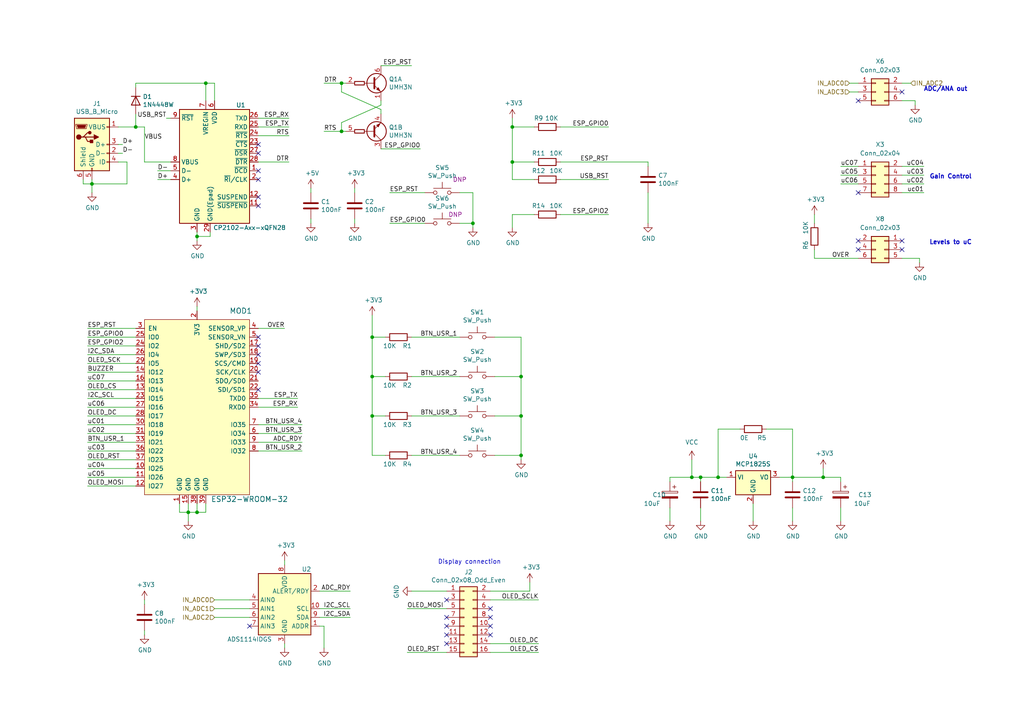
<source format=kicad_sch>
(kicad_sch (version 20211123) (generator eeschema)
  (paper "A4")
  (lib_symbols
    (symbol "Analog_ADC:ADS1115IDGS"
      (property "Reference" "U" (at 2.54 13.97 0))
      (property "Value" "ADS1115IDGS" (at 7.62 11.43 0))
      (symbol "ADS1115IDGS_0_1"
        (rectangle (start -7.62 10.16) (end 7.62 -7.62) (stroke (width 0.254)) (fill (type background)))
      )
      (symbol "ADS1115IDGS_1_1"
        (pin input line (at 10.16 -5.08 180) (length 2.54) (name "ADDR") (number "1"))
        (pin input line (at 10.16 0 180) (length 2.54) (name "SCL") (number "10"))
        (pin output line (at 10.16 5.08 180) (length 2.54) (name "ALERT/RDY") (number "2"))
        (pin power_in line (at 0 -10.16 90) (length 2.54) (name "GND") (number "3"))
        (pin input line (at -10.16 2.54 0) (length 2.54) (name "AIN0") (number "4"))
        (pin input line (at -10.16 0 0) (length 2.54) (name "AIN1") (number "5"))
        (pin input line (at -10.16 -2.54 0) (length 2.54) (name "AIN2") (number "6"))
        (pin input line (at -10.16 -5.08 0) (length 2.54) (name "AIN3") (number "7"))
        (pin power_in line (at 0 12.7 270) (length 2.54) (name "VDD") (number "8"))
        (pin bidirectional line (at 10.16 -2.54 180) (length 2.54) (name "SDA") (number "9"))
      )
    )
    (symbol "Connector:USB_B_Micro" (pin_names (offset 1.016))
      (property "Reference" "J" (at -5.08 11.43 0))
      (property "Value" "USB_B_Micro" (at -5.08 8.89 0))
      (symbol "USB_B_Micro_0_1"
        (rectangle (start -5.08 -7.62) (end 5.08 7.62) (stroke (width 0.254)) (fill (type background)))
        (circle (center -3.81 2.159) (radius 0.635) (stroke (width 0.254)) (fill (type outline)))
        (circle (center -0.635 3.429) (radius 0.381) (stroke (width 0.254)) (fill (type outline)))
        (rectangle (start -0.127 -7.62) (end 0.127 -6.858))
        (polyline (pts (xy -1.905 2.159) (xy 0.635 2.159)) (stroke (width 0.254)))
        (polyline (pts (xy -3.175 2.159) (xy -2.54 2.159) (xy -1.27 3.429) (xy -0.635 3.429)) (stroke (width 0.254)))
        (polyline (pts (xy -2.54 2.159) (xy -1.905 2.159) (xy -1.27 0.889) (xy 0 0.889)) (stroke (width 0.254)))
        (polyline (pts (xy 0.635 2.794) (xy 0.635 1.524) (xy 1.905 2.159) (xy 0.635 2.794)) (stroke (width 0.254)) (fill (type outline)))
        (polyline (pts (xy -4.318 5.588) (xy -1.778 5.588) (xy -2.032 4.826) (xy -4.064 4.826) (xy -4.318 5.588)) (fill (type outline)))
        (polyline (pts (xy -4.699 5.842) (xy -4.699 5.588) (xy -4.445 4.826) (xy -4.445 4.572) (xy -1.651 4.572) (xy -1.651 4.826) (xy -1.397 5.588) (xy -1.397 5.842) (xy -4.699 5.842)))
        (rectangle (start 0.254 1.27) (end -0.508 0.508) (stroke (width 0.254)) (fill (type outline)))
        (rectangle (start 5.08 -5.207) (end 4.318 -4.953))
        (rectangle (start 5.08 -2.667) (end 4.318 -2.413))
        (rectangle (start 5.08 -0.127) (end 4.318 0.127))
        (rectangle (start 5.08 4.953) (end 4.318 5.207))
      )
      (symbol "USB_B_Micro_1_1"
        (pin power_out line (at 7.62 5.08 180) (length 2.54) (name "VBUS") (number "1"))
        (pin bidirectional line (at 7.62 -2.54 180) (length 2.54) (name "D-") (number "2"))
        (pin bidirectional line (at 7.62 0 180) (length 2.54) (name "D+") (number "3"))
        (pin passive line (at 7.62 -5.08 180) (length 2.54) (name "ID") (number "4"))
        (pin power_out line (at 0 -10.16 90) (length 2.54) (name "GND") (number "5"))
        (pin passive line (at -2.54 -10.16 90) (length 2.54) (name "Shield") (number "6"))
      )
    )
    (symbol "Connector_Generic:Conn_02x03_Odd_Even" (pin_names (offset 1.016) hide)
      (property "Reference" "J" (at 1.27 5.08 0))
      (property "Value" "Conn_02x03_Odd_Even" (at 1.27 -5.08 0))
      (symbol "Conn_02x03_Odd_Even_1_1"
        (rectangle (start -1.27 -2.413) (end 0 -2.667) (stroke (width 0.1524)))
        (rectangle (start -1.27 0.127) (end 0 -0.127) (stroke (width 0.1524)))
        (rectangle (start -1.27 2.667) (end 0 2.413) (stroke (width 0.1524)))
        (rectangle (start -1.27 3.81) (end 3.81 -3.81) (stroke (width 0.254)) (fill (type background)))
        (rectangle (start 3.81 -2.413) (end 2.54 -2.667) (stroke (width 0.1524)))
        (rectangle (start 3.81 0.127) (end 2.54 -0.127) (stroke (width 0.1524)))
        (rectangle (start 3.81 2.667) (end 2.54 2.413) (stroke (width 0.1524)))
        (pin passive line (at -5.08 2.54 0) (length 3.81) (name "Pin_1") (number "1"))
        (pin passive line (at 7.62 2.54 180) (length 3.81) (name "Pin_2") (number "2"))
        (pin passive line (at -5.08 0 0) (length 3.81) (name "Pin_3") (number "3"))
        (pin passive line (at 7.62 0 180) (length 3.81) (name "Pin_4") (number "4"))
        (pin passive line (at -5.08 -2.54 0) (length 3.81) (name "Pin_5") (number "5"))
        (pin passive line (at 7.62 -2.54 180) (length 3.81) (name "Pin_6") (number "6"))
      )
    )
    (symbol "Connector_Generic:Conn_02x04_Odd_Even" (pin_names (offset 1.016) hide)
      (property "Reference" "J" (at 1.27 5.08 0))
      (property "Value" "Conn_02x04_Odd_Even" (at 1.27 -7.62 0))
      (symbol "Conn_02x04_Odd_Even_1_1"
        (rectangle (start -1.27 -4.953) (end 0 -5.207) (stroke (width 0.1524)))
        (rectangle (start -1.27 -2.413) (end 0 -2.667) (stroke (width 0.1524)))
        (rectangle (start -1.27 0.127) (end 0 -0.127) (stroke (width 0.1524)))
        (rectangle (start -1.27 2.667) (end 0 2.413) (stroke (width 0.1524)))
        (rectangle (start -1.27 3.81) (end 3.81 -6.35) (stroke (width 0.254)) (fill (type background)))
        (rectangle (start 3.81 -4.953) (end 2.54 -5.207) (stroke (width 0.1524)))
        (rectangle (start 3.81 -2.413) (end 2.54 -2.667) (stroke (width 0.1524)))
        (rectangle (start 3.81 0.127) (end 2.54 -0.127) (stroke (width 0.1524)))
        (rectangle (start 3.81 2.667) (end 2.54 2.413) (stroke (width 0.1524)))
        (pin passive line (at -5.08 2.54 0) (length 3.81) (name "Pin_1") (number "1"))
        (pin passive line (at 7.62 2.54 180) (length 3.81) (name "Pin_2") (number "2"))
        (pin passive line (at -5.08 0 0) (length 3.81) (name "Pin_3") (number "3"))
        (pin passive line (at 7.62 0 180) (length 3.81) (name "Pin_4") (number "4"))
        (pin passive line (at -5.08 -2.54 0) (length 3.81) (name "Pin_5") (number "5"))
        (pin passive line (at 7.62 -2.54 180) (length 3.81) (name "Pin_6") (number "6"))
        (pin passive line (at -5.08 -5.08 0) (length 3.81) (name "Pin_7") (number "7"))
        (pin passive line (at 7.62 -5.08 180) (length 3.81) (name "Pin_8") (number "8"))
      )
    )
    (symbol "Connector_Generic:Conn_02x08_Odd_Even" (pin_names (offset 1.016) hide)
      (property "Reference" "J" (at 1.27 10.16 0))
      (property "Value" "Conn_02x08_Odd_Even" (at 1.27 -12.7 0))
      (symbol "Conn_02x08_Odd_Even_1_1"
        (rectangle (start -1.27 -10.033) (end 0 -10.287) (stroke (width 0.1524)))
        (rectangle (start -1.27 -7.493) (end 0 -7.747) (stroke (width 0.1524)))
        (rectangle (start -1.27 -4.953) (end 0 -5.207) (stroke (width 0.1524)))
        (rectangle (start -1.27 -2.413) (end 0 -2.667) (stroke (width 0.1524)))
        (rectangle (start -1.27 0.127) (end 0 -0.127) (stroke (width 0.1524)))
        (rectangle (start -1.27 2.667) (end 0 2.413) (stroke (width 0.1524)))
        (rectangle (start -1.27 5.207) (end 0 4.953) (stroke (width 0.1524)))
        (rectangle (start -1.27 7.747) (end 0 7.493) (stroke (width 0.1524)))
        (rectangle (start -1.27 8.89) (end 3.81 -11.43) (stroke (width 0.254)) (fill (type background)))
        (rectangle (start 3.81 -10.033) (end 2.54 -10.287) (stroke (width 0.1524)))
        (rectangle (start 3.81 -7.493) (end 2.54 -7.747) (stroke (width 0.1524)))
        (rectangle (start 3.81 -4.953) (end 2.54 -5.207) (stroke (width 0.1524)))
        (rectangle (start 3.81 -2.413) (end 2.54 -2.667) (stroke (width 0.1524)))
        (rectangle (start 3.81 0.127) (end 2.54 -0.127) (stroke (width 0.1524)))
        (rectangle (start 3.81 2.667) (end 2.54 2.413) (stroke (width 0.1524)))
        (rectangle (start 3.81 5.207) (end 2.54 4.953) (stroke (width 0.1524)))
        (rectangle (start 3.81 7.747) (end 2.54 7.493) (stroke (width 0.1524)))
        (pin passive line (at -5.08 7.62 0) (length 3.81) (name "Pin_1") (number "1"))
        (pin passive line (at 7.62 -2.54 180) (length 3.81) (name "Pin_10") (number "10"))
        (pin passive line (at -5.08 -5.08 0) (length 3.81) (name "Pin_11") (number "11"))
        (pin passive line (at 7.62 -5.08 180) (length 3.81) (name "Pin_12") (number "12"))
        (pin passive line (at -5.08 -7.62 0) (length 3.81) (name "Pin_13") (number "13"))
        (pin passive line (at 7.62 -7.62 180) (length 3.81) (name "Pin_14") (number "14"))
        (pin passive line (at -5.08 -10.16 0) (length 3.81) (name "Pin_15") (number "15"))
        (pin passive line (at 7.62 -10.16 180) (length 3.81) (name "Pin_16") (number "16"))
        (pin passive line (at 7.62 7.62 180) (length 3.81) (name "Pin_2") (number "2"))
        (pin passive line (at -5.08 5.08 0) (length 3.81) (name "Pin_3") (number "3"))
        (pin passive line (at 7.62 5.08 180) (length 3.81) (name "Pin_4") (number "4"))
        (pin passive line (at -5.08 2.54 0) (length 3.81) (name "Pin_5") (number "5"))
        (pin passive line (at 7.62 2.54 180) (length 3.81) (name "Pin_6") (number "6"))
        (pin passive line (at -5.08 0 0) (length 3.81) (name "Pin_7") (number "7"))
        (pin passive line (at 7.62 0 180) (length 3.81) (name "Pin_8") (number "8"))
        (pin passive line (at -5.08 -2.54 0) (length 3.81) (name "Pin_9") (number "9"))
      )
    )
    (symbol "Device:C" (pin_numbers hide) (pin_names (offset 0.254))
      (property "Reference" "C" (at 0.635 2.54 0))
      (property "Value" "C" (at 0.635 -2.54 0))
      (symbol "C_0_1"
        (polyline (pts (xy -2.032 -0.762) (xy 2.032 -0.762)) (stroke (width 0.508)))
        (polyline (pts (xy -2.032 0.762) (xy 2.032 0.762)) (stroke (width 0.508)))
      )
      (symbol "C_1_1"
        (pin passive line (at 0 3.81 270) (length 2.794) (name "~") (number "1"))
        (pin passive line (at 0 -3.81 90) (length 2.794) (name "~") (number "2"))
      )
    )
    (symbol "Device:C_Polarized" (pin_numbers hide) (pin_names (offset 0.254))
      (property "Reference" "C" (at 0.635 2.54 0))
      (property "Value" "C_Polarized" (at 0.635 -2.54 0))
      (symbol "C_Polarized_0_1"
        (rectangle (start -2.286 0.508) (end 2.286 1.016))
        (polyline (pts (xy -1.778 2.286) (xy -0.762 2.286)))
        (polyline (pts (xy -1.27 2.794) (xy -1.27 1.778)))
        (rectangle (start 2.286 -0.508) (end -2.286 -1.016) (fill (type outline)))
      )
      (symbol "C_Polarized_1_1"
        (pin passive line (at 0 3.81 270) (length 2.794) (name "~") (number "1"))
        (pin passive line (at 0 -3.81 90) (length 2.794) (name "~") (number "2"))
      )
    )
    (symbol "Device:R" (pin_numbers hide) (pin_names (offset 0))
      (property "Reference" "R" (at 2.032 0 90))
      (property "Value" "R" (at 0 0 90))
      (symbol "R_0_1"
        (rectangle (start -1.016 -2.54) (end 1.016 2.54) (stroke (width 0.254)))
      )
      (symbol "R_1_1"
        (pin passive line (at 0 3.81 270) (length 1.27) (name "~") (number "1"))
        (pin passive line (at 0 -3.81 90) (length 1.27) (name "~") (number "2"))
      )
    )
    (symbol "Diode:1N4448W" (pin_numbers hide) (pin_names (offset 1.016) hide)
      (property "Reference" "D" (at 0 2.54 0))
      (property "Value" "1N4448W" (at 0 -2.54 0))
      (symbol "1N4448W_0_1"
        (polyline (pts (xy -1.27 1.27) (xy -1.27 -1.27)) (stroke (width 0.254)))
        (polyline (pts (xy 1.27 0) (xy -1.27 0)))
        (polyline (pts (xy 1.27 1.27) (xy 1.27 -1.27) (xy -1.27 0) (xy 1.27 1.27)) (stroke (width 0.254)))
      )
      (symbol "1N4448W_1_1"
        (pin passive line (at -3.81 0 0) (length 2.54) (name "K") (number "1"))
        (pin passive line (at 3.81 0 180) (length 2.54) (name "A") (number "2"))
      )
    )
    (symbol "Interface_USB:CP2102-Axx-xQFN28"
      (property "Reference" "U" (at -8.89 31.75 0))
      (property "Value" "Interface_USB_CP2102-Axx-xQFN28" (at 12.7 31.75 0))
      (symbol "CP2102-Axx-xQFN28_0_1"
        (rectangle (start -10.16 30.48) (end 10.16 -2.54) (stroke (width 0.254)) (fill (type background)))
      )
      (symbol "CP2102-Axx-xQFN28_1_1"
        (pin input line (at 12.7 12.7 180) (length 2.54) (name "~{DCD}") (number "1"))
        (pin no_connect line (at -12.7 0 0) (length 2.54) hide (name "NC") (number "10"))
        (pin output line (at 12.7 2.54 180) (length 2.54) (name "~{SUSPEND}") (number "11"))
        (pin output line (at 12.7 5.08 180) (length 2.54) (name "SUSPEND") (number "12"))
        (pin no_connect line (at -12.7 1.27 0) (length 2.54) hide (name "~") (number "13"))
        (pin no_connect line (at -12.7 -1.27 0) (length 2.54) hide (name "~") (number "14"))
        (pin no_connect line (at -12.7 7.62 0) (length 2.54) hide (name "~") (number "15"))
        (pin no_connect line (at -12.7 6.35 0) (length 2.54) hide (name "~") (number "16"))
        (pin no_connect line (at -12.7 2.54 0) (length 2.54) hide (name "~") (number "17"))
        (pin no_connect line (at -12.7 19.05 0) (length 2.54) hide (name "~") (number "18"))
        (pin no_connect line (at -12.7 20.32 0) (length 2.54) hide (name "~") (number "19"))
        (pin bidirectional line (at 12.7 10.16 180) (length 2.54) (name "~{RI}/CLK") (number "2"))
        (pin no_connect line (at -12.7 21.59 0) (length 2.54) hide (name "~") (number "20"))
        (pin no_connect line (at -12.7 5.08 0) (length 2.54) hide (name "~") (number "21"))
        (pin no_connect line (at -12.7 3.81 0) (length 2.54) hide (name "~") (number "22"))
        (pin input line (at 12.7 20.32 180) (length 2.54) (name "~{CTS}") (number "23"))
        (pin output line (at 12.7 22.86 180) (length 2.54) (name "~{RTS}") (number "24"))
        (pin input line (at 12.7 25.4 180) (length 2.54) (name "RXD") (number "25"))
        (pin output line (at 12.7 27.94 180) (length 2.54) (name "TXD") (number "26"))
        (pin input line (at 12.7 17.78 180) (length 2.54) (name "~{DSR}") (number "27"))
        (pin output line (at 12.7 15.24 180) (length 2.54) (name "~{DTR}") (number "28"))
        (pin passive line (at -1.27 -5.08 90) (length 2.54) (name "GND(Epad)") (number "29"))
        (pin power_in line (at -5.08 -5.08 90) (length 2.54) (name "GND") (number "3"))
        (pin bidirectional line (at -12.7 10.16 0) (length 2.54) (name "D+") (number "4"))
        (pin bidirectional line (at -12.7 12.7 0) (length 2.54) (name "D-") (number "5"))
        (pin power_in line (at 0 33.02 270) (length 2.54) (name "VDD") (number "6"))
        (pin power_in line (at -2.54 33.02 270) (length 2.54) (name "VREGIN") (number "7"))
        (pin input line (at -12.7 15.24 0) (length 2.54) (name "VBUS") (number "8"))
        (pin input line (at -12.7 27.94 0) (length 2.54) (name "~{RST}") (number "9"))
      )
    )
    (symbol "Regulator_Linear:MCP1825S"
      (property "Reference" "U" (at -3.81 3.175 0))
      (property "Value" "MCP1825S" (at 0 3.175 0))
      (symbol "MCP1825S_0_1"
        (rectangle (start -5.08 1.905) (end 5.08 -5.08) (stroke (width 0.254)) (fill (type background)))
      )
      (symbol "MCP1825S_1_1"
        (pin power_in line (at -7.62 0 0) (length 2.54) (name "VI") (number "1"))
        (pin power_in line (at 0 -7.62 90) (length 2.54) (name "GND") (number "2"))
        (pin power_out line (at 7.62 0 180) (length 2.54) (name "VO") (number "3"))
      )
    )
    (symbol "Switch:SW_Push" (pin_numbers hide) (pin_names (offset 1.016) hide)
      (property "Reference" "SW" (at 1.27 2.54 0))
      (property "Value" "SW_Push" (at 0 -1.524 0))
      (symbol "SW_Push_0_1"
        (circle (center -2.032 0) (radius 0.508))
        (polyline (pts (xy 0 1.27) (xy 0 3.048)))
        (polyline (pts (xy 2.54 1.27) (xy -2.54 1.27)))
        (circle (center 2.032 0) (radius 0.508))
        (pin passive line (at -5.08 0 0) (length 2.54) (name "1") (number "1"))
        (pin passive line (at 5.08 0 180) (length 2.54) (name "2") (number "2"))
      )
    )
    (symbol "Transistor_BJT:UMH3N" (pin_names hide)
      (property "Reference" "Q" (at 7.62 1.27 0))
      (property "Value" "UMH3N" (at 7.62 -1.27 0))
      (symbol "UMH3N_0_1"
        (polyline (pts (xy 3.175 0) (xy 0.254 0)))
        (polyline (pts (xy 3.175 0.635) (xy 5.08 2.54)))
        (polyline (pts (xy 3.175 1.524) (xy 3.175 -1.524)) (stroke (width 0.508)))
        (polyline (pts (xy 3.175 -0.635) (xy 5.08 -2.54) (xy 5.08 -2.54)))
        (polyline (pts (xy 3.81 -1.778) (xy 4.318 -1.27) (xy 4.826 -2.286) (xy 3.81 -1.778) (xy 3.81 -1.778)) (fill (type outline)))
        (rectangle (start 0.254 0.508) (end -2.54 -0.508) (stroke (width 0.254)))
        (circle (center 3.81 0) (radius 2.8194) (stroke (width 0.254)))
      )
      (symbol "UMH3N_1_1"
        (pin passive line (at 5.08 -5.08 90) (length 2.54) (name "E1") (number "1"))
        (pin input line (at -5.08 0 0) (length 2.54) (name "B1") (number "2"))
        (pin passive line (at 5.08 5.08 270) (length 2.54) (name "C1") (number "6"))
      )
      (symbol "UMH3N_2_1"
        (pin passive line (at 5.08 5.08 270) (length 2.54) (name "C2") (number "3"))
        (pin passive line (at 5.08 -5.08 90) (length 2.54) (name "E2") (number "4"))
        (pin input line (at -5.08 0 0) (length 2.54) (name "B2") (number "5"))
      )
    )
    (symbol "dk_RF-Transceiver-Modules:ESP32-WROOM-32" (pin_names (offset 1.016))
      (property "Reference" "MOD" (at -10.16 1.27 0))
      (property "Value" "dk_RF-Transceiver-Modules_ESP32-WROOM-32" (at 5.08 -25.4 90))
      (symbol "ESP32-WROOM-32_0_1"
        (rectangle (start -10.16 0) (end 20.32 -50.8) (fill (type background)))
      )
      (symbol "ESP32-WROOM-32_1_1"
        (pin power_in line (at 0 -53.34 90) (length 2.54) (name "GND") (number "1"))
        (pin bidirectional line (at -12.7 -43.18 0) (length 2.54) (name "IO25") (number "10"))
        (pin bidirectional line (at -12.7 -45.72 0) (length 2.54) (name "IO26") (number "11"))
        (pin bidirectional line (at -12.7 -48.26 0) (length 2.54) (name "IO27") (number "12"))
        (pin bidirectional line (at -12.7 -20.32 0) (length 2.54) (name "IO14") (number "13"))
        (pin bidirectional line (at -12.7 -15.24 0) (length 2.54) (name "IO12") (number "14"))
        (pin power_in line (at 2.54 -53.34 90) (length 2.54) (name "GND") (number "15"))
        (pin bidirectional line (at -12.7 -17.78 0) (length 2.54) (name "IO13") (number "16"))
        (pin bidirectional line (at 22.86 -7.62 180) (length 2.54) (name "SHD/SD2") (number "17"))
        (pin bidirectional line (at 22.86 -10.16 180) (length 2.54) (name "SWP/SD3") (number "18"))
        (pin bidirectional line (at 22.86 -12.7 180) (length 2.54) (name "SCS/CMD") (number "19"))
        (pin power_in line (at 5.08 2.54 270) (length 2.54) (name "3V3") (number "2"))
        (pin bidirectional line (at 22.86 -15.24 180) (length 2.54) (name "SCK/CLK") (number "20"))
        (pin bidirectional line (at 22.86 -17.78 180) (length 2.54) (name "SDO/SD0") (number "21"))
        (pin bidirectional line (at 22.86 -20.32 180) (length 2.54) (name "SDI/SD1") (number "22"))
        (pin bidirectional line (at -12.7 -22.86 0) (length 2.54) (name "IO15") (number "23"))
        (pin bidirectional line (at -12.7 -7.62 0) (length 2.54) (name "IO2") (number "24"))
        (pin bidirectional line (at -12.7 -5.08 0) (length 2.54) (name "IO0") (number "25"))
        (pin bidirectional line (at -12.7 -10.16 0) (length 2.54) (name "IO4") (number "26"))
        (pin bidirectional line (at -12.7 -25.4 0) (length 2.54) (name "IO16") (number "27"))
        (pin bidirectional line (at -12.7 -27.94 0) (length 2.54) (name "IO17") (number "28"))
        (pin bidirectional line (at -12.7 -12.7 0) (length 2.54) (name "IO5") (number "29"))
        (pin input line (at -12.7 -2.54 0) (length 2.54) (name "EN") (number "3"))
        (pin bidirectional line (at -12.7 -30.48 0) (length 2.54) (name "IO18") (number "30"))
        (pin bidirectional line (at -12.7 -33.02 0) (length 2.54) (name "IO19") (number "31"))
        (pin no_connect line (at 20.32 -43.18 180) (length 2.54) hide (name "NC") (number "32"))
        (pin bidirectional line (at -12.7 -35.56 0) (length 2.54) (name "IO21") (number "33"))
        (pin bidirectional line (at 22.86 -25.4 180) (length 2.54) (name "RXD0") (number "34"))
        (pin bidirectional line (at 22.86 -22.86 180) (length 2.54) (name "TXD0") (number "35"))
        (pin bidirectional line (at -12.7 -38.1 0) (length 2.54) (name "IO22") (number "36"))
        (pin bidirectional line (at -12.7 -40.64 0) (length 2.54) (name "IO23") (number "37"))
        (pin power_in line (at 5.08 -53.34 90) (length 2.54) (name "GND") (number "38"))
        (pin power_in line (at 7.62 -53.34 90) (length 2.54) (name "GND") (number "39"))
        (pin input line (at 22.86 -2.54 180) (length 2.54) (name "SENSOR_VP") (number "4"))
        (pin input line (at 22.86 -5.08 180) (length 2.54) (name "SENSOR_VN") (number "5"))
        (pin bidirectional line (at 22.86 -33.02 180) (length 2.54) (name "IO34") (number "6"))
        (pin bidirectional line (at 22.86 -30.48 180) (length 2.54) (name "IO35") (number "7"))
        (pin bidirectional line (at 22.86 -38.1 180) (length 2.54) (name "IO32") (number "8"))
        (pin bidirectional line (at 22.86 -35.56 180) (length 2.54) (name "IO33") (number "9"))
      )
    )
    (symbol "power:+3.3V" (power) (pin_names (offset 0))
      (property "Value" "+3.3V" (at 0 3.556 0))
      (symbol "+3.3V_0_1"
        (polyline (pts (xy -0.762 1.27) (xy 0 2.54)))
        (polyline (pts (xy 0 0) (xy 0 2.54)))
        (polyline (pts (xy 0 2.54) (xy 0.762 1.27)))
      )
      (symbol "+3.3V_1_1"
        (pin power_in line (at 0 0 90) (length 0) hide (name "+3V3") (number "1"))
      )
    )
    (symbol "power:+5V" (power) (pin_names (offset 0))
      (property "Value" "+5V" (at 0 3.556 0))
      (symbol "+5V_0_1"
        (polyline (pts (xy -0.762 1.27) (xy 0 2.54)))
        (polyline (pts (xy 0 0) (xy 0 2.54)))
        (polyline (pts (xy 0 2.54) (xy 0.762 1.27)))
      )
      (symbol "+5V_1_1"
        (pin power_in line (at 0 0 90) (length 0) hide (name "+5V") (number "1"))
      )
    )
    (symbol "power:GND" (power) (pin_names (offset 0))
      (property "Value" "GND" (at 0 -3.81 0))
      (symbol "GND_0_1"
        (polyline (pts (xy 0 0) (xy 0 -1.27) (xy 1.27 -1.27) (xy 0 -2.54) (xy -1.27 -1.27) (xy 0 -1.27)))
      )
      (symbol "GND_1_1"
        (pin power_in line (at 0 0 270) (length 0) hide (name "GND") (number "1"))
      )
    )
    (symbol "power:VCC" (power) (pin_names (offset 0))
      (property "Value" "VCC" (at 0 3.81 0))
      (symbol "VCC_0_1"
        (polyline (pts (xy -0.762 1.27) (xy 0 2.54)))
        (polyline (pts (xy 0 0) (xy 0 2.54)))
        (polyline (pts (xy 0 2.54) (xy 0.762 1.27)))
      )
      (symbol "VCC_1_1"
        (pin power_in line (at 0 0 90) (length 0) hide (name "VCC") (number "1"))
      )
    )
  )
  (junction (at 107.95 97.79))
  (junction (at 39.37 36.83))
  (junction (at 99.06 38.1))
  (junction (at 137.16 64.77))
  (junction (at 26.67 53.34))
  (junction (at 57.15 68.58))
  (junction (at 99.06 24.13))
  (junction (at 148.59 46.99))
  (junction (at 107.95 109.22))
  (junction (at 151.13 109.22))
  (junction (at 107.95 120.65))
  (junction (at 238.76 138.43))
  (junction (at 148.59 36.83))
  (junction (at 54.61 148.59))
  (junction (at 59.69 24.13))
  (junction (at 151.13 120.65))
  (junction (at 151.13 132.08))
  (junction (at 208.28 138.43))
  (junction (at 229.87 138.43))
  (junction (at 203.2 138.43))
  (junction (at 200.66 138.43))
  (junction (at 57.15 148.59))
  (no_connect (at 74.93 105.41))
  (no_connect (at 261.62 26.67))
  (no_connect (at 248.92 29.21))
  (no_connect (at 74.93 97.79))
  (no_connect (at 74.93 41.91))
  (no_connect (at 142.24 179.07))
  (no_connect (at 129.54 184.15))
  (no_connect (at 142.24 176.53))
  (no_connect (at 74.93 100.33))
  (no_connect (at 248.92 69.85))
  (no_connect (at 74.93 44.45))
  (no_connect (at 74.93 59.69))
  (no_connect (at 74.93 57.15))
  (no_connect (at 74.93 102.87))
  (no_connect (at 74.93 113.03))
  (no_connect (at 74.93 107.95))
  (no_connect (at 74.93 49.53))
  (no_connect (at 248.92 55.88))
  (no_connect (at 142.24 181.61))
  (no_connect (at 72.39 181.61))
  (no_connect (at 142.24 184.15))
  (no_connect (at 74.93 52.07))
  (no_connect (at 129.54 179.07))
  (no_connect (at 129.54 186.69))
  (no_connect (at 129.54 181.61))
  (no_connect (at 129.54 173.99))
  (no_connect (at 261.62 72.39))
  (no_connect (at 261.62 69.85))
  (no_connect (at 248.92 72.39))
  (wire (pts (xy 261.62 48.26) (xy 267.97 48.26)))
  (wire (pts (xy 229.87 147.32) (xy 229.87 151.13)))
  (wire (pts (xy 57.15 68.58) (xy 57.15 67.31)))
  (wire (pts (xy 25.4 105.41) (xy 39.37 105.41)))
  (wire (pts (xy 208.28 138.43) (xy 203.2 138.43)))
  (wire (pts (xy 62.23 24.13) (xy 59.69 24.13)))
  (wire (pts (xy 143.51 109.22) (xy 151.13 109.22)))
  (wire (pts (xy 25.4 120.65) (xy 39.37 120.65)))
  (wire (pts (xy 200.66 133.35) (xy 200.66 138.43)))
  (wire (pts (xy 62.23 176.53) (xy 72.39 176.53)))
  (wire (pts (xy 208.28 138.43) (xy 208.28 124.46)))
  (wire (pts (xy 54.61 148.59) (xy 57.15 148.59)))
  (wire (pts (xy 100.33 24.13) (xy 99.06 24.13)))
  (wire (pts (xy 39.37 135.89) (xy 25.4 135.89)))
  (wire (pts (xy 62.23 24.13) (xy 62.23 29.21)))
  (wire (pts (xy 137.16 55.88) (xy 133.35 55.88)))
  (wire (pts (xy 236.22 74.93) (xy 248.92 74.93)))
  (wire (pts (xy 90.17 54.61) (xy 90.17 55.88)))
  (wire (pts (xy 99.06 24.13) (xy 99.06 26.67)))
  (wire (pts (xy 60.96 67.31) (xy 60.96 68.58)))
  (wire (pts (xy 176.53 62.23) (xy 162.56 62.23)))
  (wire (pts (xy 25.4 123.19) (xy 39.37 123.19)))
  (wire (pts (xy 25.4 102.87) (xy 39.37 102.87)))
  (wire (pts (xy 194.31 147.32) (xy 194.31 151.13)))
  (wire (pts (xy 119.38 97.79) (xy 133.35 97.79)))
  (wire (pts (xy 82.55 186.69) (xy 82.55 187.96)))
  (wire (pts (xy 118.11 189.23) (xy 129.54 189.23)))
  (wire (pts (xy 25.4 107.95) (xy 39.37 107.95)))
  (wire (pts (xy 243.84 53.34) (xy 248.92 53.34)))
  (wire (pts (xy 34.29 46.99) (xy 36.83 46.99)))
  (wire (pts (xy 137.16 64.77) (xy 137.16 55.88)))
  (wire (pts (xy 74.93 130.81) (xy 87.63 130.81)))
  (wire (pts (xy 151.13 133.35) (xy 151.13 132.08)))
  (wire (pts (xy 261.62 74.93) (xy 266.7 74.93)))
  (wire (pts (xy 41.91 36.83) (xy 39.37 36.83)))
  (wire (pts (xy 118.11 176.53) (xy 129.54 176.53)))
  (wire (pts (xy 156.21 186.69) (xy 142.24 186.69)))
  (wire (pts (xy 238.76 135.89) (xy 238.76 138.43)))
  (wire (pts (xy 162.56 46.99) (xy 187.96 46.99)))
  (wire (pts (xy 62.23 173.99) (xy 72.39 173.99)))
  (wire (pts (xy 243.84 151.13) (xy 243.84 147.32)))
  (wire (pts (xy 25.4 118.11) (xy 39.37 118.11)))
  (wire (pts (xy 229.87 124.46) (xy 229.87 138.43)))
  (wire (pts (xy 107.95 109.22) (xy 111.76 109.22)))
  (wire (pts (xy 148.59 52.07) (xy 148.59 46.99)))
  (wire (pts (xy 113.03 64.77) (xy 123.19 64.77)))
  (wire (pts (xy 35.56 44.45) (xy 34.29 44.45)))
  (wire (pts (xy 151.13 132.08) (xy 151.13 120.65)))
  (wire (pts (xy 218.44 146.05) (xy 218.44 151.13)))
  (wire (pts (xy 99.06 35.56) (xy 99.06 38.1)))
  (wire (pts (xy 137.16 66.04) (xy 137.16 64.77)))
  (wire (pts (xy 133.35 64.77) (xy 137.16 64.77)))
  (wire (pts (xy 26.67 53.34) (xy 26.67 52.07)))
  (wire (pts (xy 25.4 138.43) (xy 39.37 138.43)))
  (wire (pts (xy 57.15 146.05) (xy 57.15 148.59)))
  (wire (pts (xy 57.15 148.59) (xy 59.69 148.59)))
  (wire (pts (xy 236.22 62.23) (xy 236.22 64.77)))
  (wire (pts (xy 143.51 120.65) (xy 151.13 120.65)))
  (wire (pts (xy 187.96 64.77) (xy 187.96 55.88)))
  (wire (pts (xy 59.69 148.59) (xy 59.69 146.05)))
  (wire (pts (xy 153.67 171.45) (xy 142.24 171.45)))
  (wire (pts (xy 39.37 33.02) (xy 39.37 36.83)))
  (wire (pts (xy 151.13 97.79) (xy 143.51 97.79)))
  (wire (pts (xy 246.38 24.13) (xy 248.92 24.13)))
  (wire (pts (xy 148.59 34.29) (xy 148.59 36.83)))
  (wire (pts (xy 176.53 52.07) (xy 162.56 52.07)))
  (wire (pts (xy 39.37 97.79) (xy 25.4 97.79)))
  (wire (pts (xy 54.61 148.59) (xy 54.61 151.13)))
  (wire (pts (xy 92.71 181.61) (xy 93.98 181.61)))
  (wire (pts (xy 49.53 52.07) (xy 45.72 52.07)))
  (wire (pts (xy 119.38 171.45) (xy 129.54 171.45)))
  (wire (pts (xy 41.91 184.15) (xy 41.91 182.88)))
  (wire (pts (xy 86.36 118.11) (xy 74.93 118.11)))
  (wire (pts (xy 83.82 34.29) (xy 74.93 34.29)))
  (wire (pts (xy 25.4 110.49) (xy 39.37 110.49)))
  (wire (pts (xy 110.49 29.21) (xy 110.49 30.48)))
  (wire (pts (xy 25.4 130.81) (xy 39.37 130.81)))
  (wire (pts (xy 148.59 36.83) (xy 154.94 36.83)))
  (wire (pts (xy 83.82 39.37) (xy 74.93 39.37)))
  (wire (pts (xy 92.71 176.53) (xy 101.6 176.53)))
  (wire (pts (xy 35.56 41.91) (xy 34.29 41.91)))
  (wire (pts (xy 99.06 26.67) (xy 110.49 31.75)))
  (wire (pts (xy 24.13 52.07) (xy 24.13 53.34)))
  (wire (pts (xy 107.95 91.44) (xy 107.95 97.79)))
  (wire (pts (xy 265.43 30.48) (xy 265.43 29.21)))
  (wire (pts (xy 153.67 168.91) (xy 153.67 171.45)))
  (wire (pts (xy 57.15 88.9) (xy 57.15 90.17)))
  (wire (pts (xy 107.95 97.79) (xy 107.95 109.22)))
  (wire (pts (xy 208.28 124.46) (xy 214.63 124.46)))
  (wire (pts (xy 119.38 19.05) (xy 110.49 19.05)))
  (wire (pts (xy 261.62 29.21) (xy 265.43 29.21)))
  (wire (pts (xy 86.36 115.57) (xy 74.93 115.57)))
  (wire (pts (xy 25.4 115.57) (xy 39.37 115.57)))
  (wire (pts (xy 102.87 54.61) (xy 102.87 55.88)))
  (wire (pts (xy 243.84 48.26) (xy 248.92 48.26)))
  (wire (pts (xy 110.49 31.75) (xy 110.49 33.02)))
  (wire (pts (xy 87.63 128.27) (xy 74.93 128.27)))
  (wire (pts (xy 100.33 38.1) (xy 99.06 38.1)))
  (wire (pts (xy 110.49 30.48) (xy 99.06 35.56)))
  (wire (pts (xy 210.82 138.43) (xy 208.28 138.43)))
  (wire (pts (xy 99.06 24.13) (xy 93.98 24.13)))
  (wire (pts (xy 143.51 132.08) (xy 151.13 132.08)))
  (wire (pts (xy 238.76 138.43) (xy 243.84 138.43)))
  (wire (pts (xy 54.61 146.05) (xy 54.61 148.59)))
  (wire (pts (xy 82.55 162.56) (xy 82.55 163.83)))
  (wire (pts (xy 39.37 100.33) (xy 25.4 100.33)))
  (wire (pts (xy 36.83 53.34) (xy 26.67 53.34)))
  (wire (pts (xy 156.21 173.99) (xy 142.24 173.99)))
  (wire (pts (xy 25.4 128.27) (xy 39.37 128.27)))
  (wire (pts (xy 151.13 120.65) (xy 151.13 109.22)))
  (wire (pts (xy 203.2 138.43) (xy 200.66 138.43)))
  (wire (pts (xy 48.26 34.29) (xy 49.53 34.29)))
  (wire (pts (xy 203.2 139.7) (xy 203.2 138.43)))
  (wire (pts (xy 119.38 120.65) (xy 133.35 120.65)))
  (wire (pts (xy 39.37 24.13) (xy 59.69 24.13)))
  (wire (pts (xy 25.4 133.35) (xy 39.37 133.35)))
  (wire (pts (xy 119.38 109.22) (xy 133.35 109.22)))
  (wire (pts (xy 229.87 138.43) (xy 238.76 138.43)))
  (wire (pts (xy 39.37 95.25) (xy 25.4 95.25)))
  (wire (pts (xy 222.25 124.46) (xy 229.87 124.46)))
  (wire (pts (xy 41.91 36.83) (xy 41.91 46.99)))
  (wire (pts (xy 243.84 138.43) (xy 243.84 139.7)))
  (wire (pts (xy 194.31 138.43) (xy 194.31 139.7)))
  (wire (pts (xy 36.83 46.99) (xy 36.83 53.34)))
  (wire (pts (xy 261.62 24.13) (xy 264.16 24.13)))
  (wire (pts (xy 236.22 72.39) (xy 236.22 74.93)))
  (wire (pts (xy 39.37 140.97) (xy 25.4 140.97)))
  (wire (pts (xy 25.4 125.73) (xy 39.37 125.73)))
  (wire (pts (xy 123.19 55.88) (xy 113.03 55.88)))
  (wire (pts (xy 107.95 120.65) (xy 107.95 132.08)))
  (wire (pts (xy 148.59 36.83) (xy 148.59 46.99)))
  (wire (pts (xy 261.62 53.34) (xy 267.97 53.34)))
  (wire (pts (xy 121.92 43.18) (xy 110.49 43.18)))
  (wire (pts (xy 246.38 26.67) (xy 248.92 26.67)))
  (wire (pts (xy 107.95 120.65) (xy 111.76 120.65)))
  (wire (pts (xy 93.98 181.61) (xy 93.98 187.96)))
  (wire (pts (xy 60.96 68.58) (xy 57.15 68.58)))
  (wire (pts (xy 101.6 171.45) (xy 92.71 171.45)))
  (wire (pts (xy 52.07 146.05) (xy 52.07 148.59)))
  (wire (pts (xy 41.91 46.99) (xy 49.53 46.99)))
  (wire (pts (xy 261.62 50.8) (xy 267.97 50.8)))
  (wire (pts (xy 90.17 64.77) (xy 90.17 63.5)))
  (wire (pts (xy 203.2 147.32) (xy 203.2 151.13)))
  (wire (pts (xy 74.93 123.19) (xy 87.63 123.19)))
  (wire (pts (xy 156.21 189.23) (xy 142.24 189.23)))
  (wire (pts (xy 151.13 109.22) (xy 151.13 97.79)))
  (wire (pts (xy 154.94 52.07) (xy 148.59 52.07)))
  (wire (pts (xy 154.94 62.23) (xy 148.59 62.23)))
  (wire (pts (xy 176.53 36.83) (xy 162.56 36.83)))
  (wire (pts (xy 92.71 179.07) (xy 101.6 179.07)))
  (wire (pts (xy 102.87 64.77) (xy 102.87 63.5)))
  (wire (pts (xy 41.91 173.99) (xy 41.91 175.26)))
  (wire (pts (xy 107.95 97.79) (xy 111.76 97.79)))
  (wire (pts (xy 39.37 113.03) (xy 25.4 113.03)))
  (wire (pts (xy 226.06 138.43) (xy 229.87 138.43)))
  (wire (pts (xy 107.95 132.08) (xy 111.76 132.08)))
  (wire (pts (xy 45.72 49.53) (xy 49.53 49.53)))
  (wire (pts (xy 74.93 125.73) (xy 87.63 125.73)))
  (wire (pts (xy 154.94 46.99) (xy 148.59 46.99)))
  (wire (pts (xy 119.38 132.08) (xy 133.35 132.08)))
  (wire (pts (xy 266.7 76.2) (xy 266.7 74.93)))
  (wire (pts (xy 24.13 53.34) (xy 26.67 53.34)))
  (wire (pts (xy 200.66 138.43) (xy 194.31 138.43)))
  (wire (pts (xy 229.87 138.43) (xy 229.87 139.7)))
  (wire (pts (xy 39.37 24.13) (xy 39.37 25.4)))
  (wire (pts (xy 187.96 48.26) (xy 187.96 46.99)))
  (wire (pts (xy 57.15 69.85) (xy 57.15 68.58)))
  (wire (pts (xy 261.62 55.88) (xy 267.97 55.88)))
  (wire (pts (xy 83.82 46.99) (xy 74.93 46.99)))
  (wire (pts (xy 243.84 50.8) (xy 248.92 50.8)))
  (wire (pts (xy 148.59 66.04) (xy 148.59 62.23)))
  (wire (pts (xy 83.82 36.83) (xy 74.93 36.83)))
  (wire (pts (xy 39.37 36.83) (xy 34.29 36.83)))
  (wire (pts (xy 107.95 109.22) (xy 107.95 120.65)))
  (wire (pts (xy 59.69 29.21) (xy 59.69 24.13)))
  (wire (pts (xy 52.07 148.59) (xy 54.61 148.59)))
  (wire (pts (xy 99.06 38.1) (xy 93.98 38.1)))
  (wire (pts (xy 74.93 95.25) (xy 82.55 95.25)))
  (wire (pts (xy 26.67 55.88) (xy 26.67 53.34)))
  (wire (pts (xy 62.23 179.07) (xy 72.39 179.07)))
  (text "Gain Control" (at 281.94 52.07 180) (effects (font (size 1.27 1.27) (thickness 0.254) bold) (justify right bottom)))
  (text "Display connection" (at 127 163.83 0) (effects (font (size 1.27 1.27)) (justify left bottom)))
  (text "ADC/ANA out" (at 280.67 26.67 180) (effects (font (size 1.27 1.27) bold) (justify right bottom)))
  (text "Levels to uC\n" (at 281.94 71.12 180) (effects (font (size 1.27 1.27) bold) (justify right bottom)))
  (label "RTS" (at 83.82 39.37 180))
  (label "BTN_USR_2" (at 87.63 130.81 180))
  (label "OLED_DC" (at 25.4 120.65 0))
  (label "BTN_USR_4" (at 87.63 123.19 180))
  (label "uC01" (at 25.4 123.19 0))
  (label "ESP_RST" (at 176.53 46.99 180))
  (label "uC07" (at 25.4 110.49 0))
  (label "VBUS" (at 41.91 40.64 0))
  (label "uC03" (at 267.97 50.8 180))
  (label "OLED_SCLK" (at 156.21 173.99 180))
  (label "ESP_RST" (at 113.03 55.88 0))
  (label "OLED_MOSI" (at 25.4 140.97 0))
  (label "ADC_RDY" (at 87.63 128.27 180))
  (label "BTN_USR_1" (at 121.92 97.79 0))
  (label "D-" (at 35.56 44.45 0))
  (label "ESP_TX" (at 86.36 115.57 180))
  (label "BTN_USR_3" (at 121.92 120.65 0))
  (label "OVER" (at 241.3 74.93 0))
  (label "OLED_CS" (at 156.21 189.23 180))
  (label "uC05" (at 25.4 138.43 0))
  (label "ESP_GPIO0" (at 113.03 64.77 0))
  (label "uC02" (at 267.97 53.34 180))
  (label "OVER" (at 82.55 95.25 180))
  (label "D+" (at 35.56 41.91 0))
  (label "uC04" (at 267.97 48.26 180))
  (label "uC07" (at 243.84 48.26 0))
  (label "uC03" (at 25.4 130.81 0))
  (label "I2C_SCL" (at 25.4 115.57 0))
  (label "ESP_GPIO0" (at 121.92 43.18 180))
  (label "OLED_MOSI" (at 118.11 176.53 0))
  (label "OLED_RST" (at 118.11 189.23 0))
  (label "ESP_GPIO2" (at 176.53 62.23 180))
  (label "BTN_USR_3" (at 87.63 125.73 180))
  (label "DTR" (at 83.82 46.99 180))
  (label "RTS" (at 93.98 38.1 0))
  (label "uC02" (at 25.4 125.73 0))
  (label "uC04" (at 25.4 135.89 0))
  (label "ESP_RX" (at 83.82 34.29 180))
  (label "OLED_CS" (at 25.4 113.03 0))
  (label "ESP_GPIO2" (at 25.4 100.33 0))
  (label "OLED_RST" (at 25.4 133.35 0))
  (label "D+" (at 45.72 52.07 0))
  (label "BTN_USR_4" (at 121.92 132.08 0))
  (label "D-" (at 45.72 49.53 0))
  (label "uC06" (at 243.84 53.34 0))
  (label "BTN_USR_2" (at 121.92 109.22 0))
  (label "OLED_SCK" (at 25.4 105.41 0))
  (label "uC05" (at 243.84 50.8 0))
  (label "USB_RST" (at 176.53 52.07 180))
  (label "USB_RST" (at 48.26 34.29 180))
  (label "BTN_USR_1" (at 25.4 128.27 0))
  (label "I2C_SDA" (at 101.6 179.07 180))
  (label "I2C_SCL" (at 101.6 176.53 180))
  (label "uc01" (at 267.97 55.88 180))
  (label "OLED_DC" (at 156.21 186.69 180))
  (label "BUZZER" (at 25.4 107.95 0))
  (label "ESP_RST" (at 119.38 19.05 180))
  (label "ESP_RX" (at 86.36 118.11 180))
  (label "I2C_SDA" (at 25.4 102.87 0))
  (label "DTR" (at 93.98 24.13 0))
  (label "uC06" (at 25.4 118.11 0))
  (label "ESP_TX" (at 83.82 36.83 180))
  (label "ESP_RST" (at 25.4 95.25 0))
  (label "ESP_GPIO0" (at 176.53 36.83 180))
  (label "ADC_RDY" (at 101.6 171.45 180))
  (label "ESP_GPIO0" (at 25.4 97.79 0))
  (hierarchical_label "IN_ADC2" (shape input) (at 264.16 24.13 0))
  (hierarchical_label "IN_ADC1" (shape input) (at 62.23 176.53 180))
  (hierarchical_label "IN_ADC0" (shape input) (at 62.23 173.99 180))
  (hierarchical_label "IN_ADC3" (shape input) (at 246.38 26.67 180))
  (hierarchical_label "IN_ADC0" (shape input) (at 246.38 24.13 180))
  (hierarchical_label "IN_ADC2" (shape input) (at 62.23 179.07 180))
  (symbol (lib_id "dk_RF-Transceiver-Modules:ESP32-WROOM-32") (at 52.07 92.71 0)
    (property "Reference" "MOD1" (at 69.85 90.17 0) (effects (font (size 1.524 1.524))))
    (property "Value" "ESP32-WROOM-32" (at 72.39 144.78 0) (effects (font (size 1.524 1.524))))
    (property "Footprint" "RF_Module:ESP32-WROOM-32" (effects hide))
    (property "Datasheet" "https://www.espressif.com/sites/default/files/documentation/esp32-wroom-32_datasheet_en.pdf" (effects hide))
    (property "Digi-Key_PN" "1904-1010-1-ND" (effects hide))
    (property "MPN" "ESP32-WROOM-32" (effects hide))
    (property "Category" "RF/IF and RFID" (effects hide))
    (property "Family" "RF Transceiver Modules" (effects hide))
    (property "DK_Datasheet_Link" "https://www.espressif.com/sites/default/files/documentation/esp32-wroom-32_datasheet_en.pdf" (effects hide))
    (property "DK_Detail_Page" "/product-detail/en/espressif-systems/ESP32-WROOM-32/1904-1010-1-ND/8544305" (effects hide))
    (property "Description" "SMD MODULE, ESP32-D0WDQ6, 32MBIT" (effects hide))
    (property "Manufacturer" "Espressif Systems" (effects hide))
    (property "Status" "Active" (effects hide))
  )
  (symbol (lib_id "Interface_USB:CP2102-Axx-xQFN28") (at 62.23 62.23 0)
    (property "Reference" "U1" (at 69.85 30.48 0))
    (property "Value" "CP2102-Axx-xQFN28" (at 72.39 66.04 0))
    (property "Footprint" "Package_DFN_QFN:QFN-28-1EP_5x5mm_P0.5mm_EP3.35x3.35mm" (effects hide))
    (property "Datasheet" "https://www.silabs.com/documents/public/data-sheets/CP2102-9.pdf" (effects hide))
  )
  (symbol (lib_id "Connector:USB_B_Micro") (at 26.67 41.91 0)
    (property "Reference" "J1" (at 28.1178 30.0482 0))
    (property "Value" "USB_B_Micro" (at 28.1178 32.3596 0))
    (property "Footprint" "Connector_USB:USB_Micro-B_Molex-105133-0031" (effects hide))
  )
  (symbol (lib_id "Transistor_BJT:UMH3N") (at 105.41 24.13 0)
    (property "Reference" "Q1" (at 112.776 22.9616 0) (effects (justify left)))
    (property "Value" "UMH3N" (at 112.776 25.273 0) (effects (justify left)))
    (property "Footprint" "Package_TO_SOT_SMD:SOT-363_SC-70-6" (effects hide))
    (property "Datasheet" "http://rohmfs.rohm.com/en/products/databook/datasheet/discrete/transistor/digital/emh3t2r-e.pdf" (effects hide))
  )
  (symbol (lib_id "Transistor_BJT:UMH3N") (at 105.41 38.1 0) (mirror x)
    (property "Reference" "Q1" (at 112.776 36.9316 0) (effects (justify left)))
    (property "Value" "UMH3N" (at 112.776 39.243 0) (effects (justify left)))
    (property "Footprint" "Package_TO_SOT_SMD:SOT-363_SC-70-6" (effects hide))
    (property "Datasheet" "http://rohmfs.rohm.com/en/products/databook/datasheet/discrete/transistor/digital/emh3t2r-e.pdf" (effects hide))
  )
  (symbol (lib_id "Diode:1N4448W") (at 39.37 29.21 270)
    (property "Reference" "D1" (at 41.402 28.0416 90) (effects (justify left)))
    (property "Value" "1N4448W" (at 41.402 30.353 90) (effects (justify left)))
    (property "Footprint" "Diode_SMD:D_SOD-123" (effects hide))
    (property "Datasheet" "https://www.vishay.com/docs/85722/1n4448w.pdf" (effects hide))
  )
  (symbol (lib_id "power:GND") (at 26.67 55.88 0)
    (property "Reference" "#PWR0101" (effects hide))
    (property "Value" "GND" (at 26.797 60.2742 0))
  )
  (symbol (lib_id "power:GND") (at 57.15 69.85 0)
    (property "Reference" "#PWR0102" (effects hide))
    (property "Value" "GND" (at 57.277 74.2442 0))
  )
  (symbol (lib_id "Device:C") (at 90.17 59.69 0)
    (property "Reference" "C1" (at 93.091 58.5216 0) (effects (justify left)))
    (property "Value" "100nF" (at 93.091 60.833 0) (effects (justify left)))
    (property "Footprint" "Capacitor_SMD:C_0603_1608Metric" (effects hide))
  )
  (symbol (lib_id "Device:C") (at 102.87 59.69 0)
    (property "Reference" "C2" (at 105.791 58.5216 0) (effects (justify left)))
    (property "Value" "100nF" (at 105.791 60.833 0) (effects (justify left)))
    (property "Footprint" "Capacitor_SMD:C_0603_1608Metric" (effects hide))
  )
  (symbol (lib_id "power:+3.3V") (at 102.87 54.61 0)
    (property "Reference" "#PWR0105" (effects hide))
    (property "Value" "+3.3V" (at 103.251 50.2158 0))
  )
  (symbol (lib_id "power:+5V") (at 90.17 54.61 0)
    (property "Reference" "#PWR0106" (effects hide))
    (property "Value" "+5V" (at 90.551 50.2158 0))
  )
  (symbol (lib_id "power:GND") (at 90.17 64.77 0)
    (property "Reference" "#PWR0107" (effects hide))
    (property "Value" "GND" (at 90.297 69.1642 0))
  )
  (symbol (lib_id "power:GND") (at 102.87 64.77 0)
    (property "Reference" "#PWR0108" (effects hide))
    (property "Value" "GND" (at 102.997 69.1642 0))
  )
  (symbol (lib_id "Device:R") (at 158.75 36.83 270)
    (property "Reference" "R9" (at 156.21 34.29 90))
    (property "Value" "10K" (at 160.02 34.29 90))
    (property "Footprint" "Resistor_SMD:R_0603_1608Metric" (effects hide))
  )
  (symbol (lib_id "power:+3.3V") (at 148.59 34.29 0)
    (property "Reference" "#PWR0109" (effects hide))
    (property "Value" "+3.3V" (at 148.971 29.8958 0))
  )
  (symbol (lib_id "Device:R") (at 158.75 46.99 270)
    (property "Reference" "R11" (at 156.21 44.45 90))
    (property "Value" "10K" (at 161.29 44.45 90))
    (property "Footprint" "Resistor_SMD:R_0603_1608Metric" (effects hide))
  )
  (symbol (lib_id "Device:R") (at 158.75 52.07 270)
    (property "Reference" "R12" (at 156.21 49.53 90))
    (property "Value" "10K" (at 161.29 49.53 90))
    (property "Footprint" "Resistor_SMD:R_0603_1608Metric" (effects hide))
  )
  (symbol (lib_id "Device:R") (at 158.75 62.23 270)
    (property "Reference" "R14" (at 156.21 59.69 90))
    (property "Value" "10K" (at 161.29 59.69 90))
    (property "Footprint" "Resistor_SMD:R_0603_1608Metric" (effects hide))
  )
  (symbol (lib_id "power:GND") (at 148.59 66.04 0)
    (property "Reference" "#PWR0110" (effects hide))
    (property "Value" "GND" (at 148.717 70.4342 0))
  )
  (symbol (lib_id "power:GND") (at 137.16 66.04 0)
    (property "Reference" "#PWR0111" (effects hide))
    (property "Value" "GND" (at 137.287 70.4342 0))
  )
  (symbol (lib_id "Switch:SW_Push") (at 128.27 55.88 0)
    (property "Reference" "SW5" (at 128.27 48.641 0))
    (property "Value" "SW_Push" (at 128.27 50.9524 0))
    (property "Footprint" "Button_Switch_SMD:SW_SPST_EVQPE1" (effects hide))
    (property "DNP" "DNP" (at 133.35 52.07 0))
  )
  (symbol (lib_id "Switch:SW_Push") (at 128.27 64.77 0)
    (property "Reference" "SW6" (at 128.27 57.531 0))
    (property "Value" "SW_Push" (at 128.27 59.8424 0))
    (property "Footprint" "Button_Switch_SMD:SW_SPST_EVQPE1" (effects hide))
    (property "DNP" "DNP" (at 132.08 62.23 0))
  )
  (symbol (lib_id "Device:C") (at 187.96 52.07 0)
    (property "Reference" "C7" (at 190.881 50.9016 0) (effects (justify left)))
    (property "Value" "100nF" (at 190.881 53.213 0) (effects (justify left)))
    (property "Footprint" "Capacitor_SMD:C_0603_1608Metric" (effects hide))
  )
  (symbol (lib_id "power:GND") (at 187.96 64.77 0)
    (property "Reference" "#PWR0116" (effects hide))
    (property "Value" "GND" (at 188.087 69.1642 0))
  )
  (symbol (lib_id "power:+3.3V") (at 57.15 88.9 0)
    (property "Reference" "#PWR0117" (effects hide))
    (property "Value" "+3.3V" (at 57.531 84.5058 0))
  )
  (symbol (lib_id "power:GND") (at 54.61 151.13 0)
    (property "Reference" "#PWR0118" (effects hide))
    (property "Value" "GND" (at 54.737 155.5242 0))
  )
  (symbol (lib_id "Analog_ADC:ADS1115IDGS") (at 82.55 176.53 0)
    (property "Reference" "U2" (at 88.9 165.1 0))
    (property "Value" "ADS1114IDGS" (at 72.39 185.42 0))
    (property "Footprint" "Package_SO:TSSOP-10_3x3mm_P0.5mm" (effects hide))
    (property "Datasheet" "http://www.ti.com/lit/ds/symlink/ads1113.pdf" (effects hide))
  )
  (symbol (lib_id "power:GND") (at 82.55 187.96 0)
    (property "Reference" "#PWR0136" (effects hide))
    (property "Value" "GND" (at 82.677 192.3542 0))
  )
  (symbol (lib_id "power:GND") (at 93.98 187.96 0)
    (property "Reference" "#PWR0137" (effects hide))
    (property "Value" "GND" (at 94.107 192.3542 0))
  )
  (symbol (lib_id "power:+3.3V") (at 82.55 162.56 0)
    (property "Reference" "#PWR0138" (effects hide))
    (property "Value" "+3.3V" (at 82.931 158.1658 0))
  )
  (symbol (lib_id "Connector_Generic:Conn_02x08_Odd_Even") (at 134.62 179.07 0) (unit 1)
    (property "Reference" "J2" (at 135.89 165.9382 0))
    (property "Value" "Conn_02x08_Odd_Even" (at 135.89 168.2496 0))
  )
  (symbol (lib_id "power:+3.3V") (at 153.67 168.91 0)
    (property "Reference" "#PWR0112" (effects hide))
    (property "Value" "+3.3V" (at 154.051 164.5158 0))
  )
  (symbol (lib_id "power:GND") (at 119.38 171.45 270)
    (property "Reference" "#PWR0103" (effects hide))
    (property "Value" "GND" (at 114.9858 171.577 0))
  )
  (symbol (lib_id "Device:C") (at 41.91 179.07 0)
    (property "Reference" "C8" (at 44.831 177.9016 0) (effects (justify left)))
    (property "Value" "100nF" (at 44.831 180.213 0) (effects (justify left)))
    (property "Footprint" "Capacitor_SMD:C_0603_1608Metric" (effects hide))
  )
  (symbol (lib_id "power:+3.3V") (at 41.91 173.99 0)
    (property "Reference" "#PWR01" (effects hide))
    (property "Value" "+3.3V" (at 42.291 169.5958 0))
  )
  (symbol (lib_id "power:GND") (at 41.91 184.15 0)
    (property "Reference" "#PWR02" (effects hide))
    (property "Value" "GND" (at 42.037 188.5442 0))
  )
  (symbol (lib_id "Regulator_Linear:MCP1825S") (at 218.44 138.43 0) (unit 1)
    (property "Reference" "U4" (at 218.44 132.2832 0))
    (property "Value" "MCP1825S" (at 218.44 134.5946 0))
    (property "Footprint" "Package_TO_SOT_SMD:SOT-223-3_TabPin2" (effects hide))
    (property "Datasheet" "http://ww1.microchip.com/downloads/en/devicedoc/22056b.pdf" (effects hide))
  )
  (symbol (lib_id "Device:C") (at 203.2 143.51 0)
    (property "Reference" "C11" (at 206.121 142.3416 0) (effects (justify left)))
    (property "Value" "100nF" (at 206.121 144.653 0) (effects (justify left)))
    (property "Footprint" "Capacitor_SMD:C_0603_1608Metric" (effects hide))
  )
  (symbol (lib_id "Device:C") (at 229.87 143.51 0)
    (property "Reference" "C12" (at 232.791 142.3416 0) (effects (justify left)))
    (property "Value" "100nF" (at 232.791 144.653 0) (effects (justify left)))
    (property "Footprint" "Capacitor_SMD:C_0603_1608Metric" (effects hide))
  )
  (symbol (lib_id "Device:C_Polarized") (at 194.31 143.51 0) (mirror y) (unit 1)
    (property "Reference" "C10" (at 189.23 143.51 0) (effects (justify right)))
    (property "Value" "10uF" (at 186.69 146.05 0) (effects (justify right)))
    (property "Footprint" "Capacitor_SMD:C_Elec_4x5.4" (effects hide))
  )
  (symbol (lib_id "Device:C_Polarized") (at 243.84 143.51 0) (mirror y) (unit 1)
    (property "Reference" "C13" (at 248.92 143.51 0) (effects (justify right)))
    (property "Value" "10uF" (at 247.65 146.05 0) (effects (justify right)))
    (property "Footprint" "Capacitor_SMD:C_Elec_4x5.4" (effects hide))
  )
  (symbol (lib_id "power:GND") (at 194.31 151.13 0)
    (property "Reference" "#PWR05" (effects hide))
    (property "Value" "GND" (at 194.437 155.5242 0))
  )
  (symbol (lib_id "power:GND") (at 203.2 151.13 0)
    (property "Reference" "#PWR06" (effects hide))
    (property "Value" "GND" (at 203.327 155.5242 0))
  )
  (symbol (lib_id "power:GND") (at 218.44 151.13 0)
    (property "Reference" "#PWR07" (effects hide))
    (property "Value" "GND" (at 218.567 155.5242 0))
  )
  (symbol (lib_id "power:GND") (at 229.87 151.13 0)
    (property "Reference" "#PWR08" (effects hide))
    (property "Value" "GND" (at 229.997 155.5242 0))
  )
  (symbol (lib_id "power:GND") (at 243.84 151.13 0)
    (property "Reference" "#PWR09" (effects hide))
    (property "Value" "GND" (at 243.967 155.5242 0))
  )
  (symbol (lib_id "power:+3.3V") (at 238.76 135.89 0)
    (property "Reference" "#PWR0144" (effects hide))
    (property "Value" "+3.3V" (at 239.141 131.4958 0))
  )
  (symbol (lib_id "Connector_Generic:Conn_02x04_Odd_Even") (at 254 50.8 0) (unit 1)
    (property "Reference" "X3" (at 255.27 41.91 0))
    (property "Value" "Conn_02x04" (at 255.27 44.45 0))
    (property "Footprint" "Connector_PinHeader_2.54mm:PinHeader_2x04_P2.54mm_Vertical" (effects hide))
  )
  (symbol (lib_id "Connector_Generic:Conn_02x03_Odd_Even") (at 254 26.67 0) (unit 1)
    (property "Reference" "X6" (at 255.27 17.78 0))
    (property "Value" "Conn_02x03" (at 255.27 20.32 0))
    (property "Footprint" "Connector_PinHeader_2.54mm:PinHeader_2x03_P2.54mm_Vertical" (effects hide))
  )
  (symbol (lib_id "power:GND") (at 266.7 76.2 0) (unit 1)
    (property "Reference" "#PWR0119" (effects hide))
    (property "Value" "GND" (at 266.827 80.5942 0))
  )
  (symbol (lib_id "Device:R") (at 236.22 68.58 0) (unit 1)
    (property "Reference" "R6" (at 233.68 71.12 90))
    (property "Value" "10K" (at 233.68 66.04 90))
    (property "Footprint" "Resistor_SMD:R_0603_1608Metric" (effects hide))
  )
  (symbol (lib_id "power:+3.3V") (at 107.95 91.44 0) (unit 1)
    (property "Reference" "#PWR0104" (effects hide))
    (property "Value" "+3.3V" (at 108.331 87.0458 0))
  )
  (symbol (lib_id "Switch:SW_Push") (at 138.43 132.08 0) (unit 1)
    (property "Reference" "SW4" (at 138.43 124.841 0))
    (property "Value" "SW_Push" (at 138.43 127.1524 0))
    (property "Footprint" "Button_Switch_SMD:SW_SPST_ALPS_SKPMAME010" (effects hide))
  )
  (symbol (lib_id "Device:R") (at 115.57 132.08 90) (unit 1)
    (property "Reference" "R4" (at 118.11 134.62 90))
    (property "Value" "10K" (at 113.03 134.62 90))
    (property "Footprint" "Resistor_SMD:R_0603_1608Metric" (effects hide))
  )
  (symbol (lib_id "power:VCC") (at 200.66 133.35 0) (unit 1)
    (property "Reference" "#PWR0114" (effects hide))
    (property "Value" "VCC" (at 200.66 128.27 0))
  )
  (symbol (lib_id "Device:R") (at 115.57 120.65 90) (unit 1)
    (property "Reference" "R3" (at 118.11 123.19 90))
    (property "Value" "10K" (at 113.03 123.19 90))
    (property "Footprint" "Resistor_SMD:R_0603_1608Metric" (effects hide))
  )
  (symbol (lib_id "Device:R") (at 218.44 124.46 90) (unit 1)
    (property "Reference" "R5" (at 220.98 127 90))
    (property "Value" "0E" (at 215.9 127 90))
    (property "Footprint" "Resistor_SMD:R_0603_1608Metric" (effects hide))
  )
  (symbol (lib_id "Connector_Generic:Conn_02x03_Odd_Even") (at 256.54 72.39 0) (mirror y) (unit 1)
    (property "Reference" "X8" (at 255.27 63.5 0))
    (property "Value" "Conn_02x03" (at 255.27 66.04 0))
    (property "Footprint" "Connector_PinHeader_2.54mm:PinHeader_2x03_P2.54mm_Vertical" (effects hide))
  )
  (symbol (lib_id "Switch:SW_Push") (at 138.43 109.22 0) (unit 1)
    (property "Reference" "SW2" (at 138.43 101.981 0))
    (property "Value" "SW_Push" (at 138.43 104.2924 0))
    (property "Footprint" "Button_Switch_SMD:SW_SPST_ALPS_SKPMAME010" (effects hide))
  )
  (symbol (lib_id "power:GND") (at 265.43 30.48 0) (unit 1)
    (property "Reference" "#PWR0115" (effects hide))
    (property "Value" "GND" (at 265.557 34.8742 0))
  )
  (symbol (lib_id "power:GND") (at 151.13 133.35 0) (unit 1)
    (property "Reference" "#PWR0113" (effects hide))
    (property "Value" "GND" (at 151.257 137.7442 0))
  )
  (symbol (lib_id "power:+3.3V") (at 236.22 62.23 0) (unit 1)
    (property "Reference" "#PWR0120" (effects hide))
    (property "Value" "+3.3V" (at 236.601 57.8358 0))
  )
  (symbol (lib_id "Device:R") (at 115.57 97.79 90) (unit 1)
    (property "Reference" "R1" (at 118.11 100.33 90))
    (property "Value" "10K" (at 113.03 100.33 90))
    (property "Footprint" "Resistor_SMD:R_0603_1608Metric" (effects hide))
  )
  (symbol (lib_id "Device:R") (at 115.57 109.22 90) (unit 1)
    (property "Reference" "R2" (at 118.11 111.76 90))
    (property "Value" "10K" (at 113.03 111.76 90))
    (property "Footprint" "Resistor_SMD:R_0603_1608Metric" (effects hide))
  )
  (symbol (lib_id "Switch:SW_Push") (at 138.43 120.65 0) (unit 1)
    (property "Reference" "SW3" (at 138.43 113.411 0))
    (property "Value" "SW_Push" (at 138.43 115.7224 0))
    (property "Footprint" "Button_Switch_SMD:SW_SPST_ALPS_SKPMAME010" (effects hide))
  )
  (symbol (lib_id "Switch:SW_Push") (at 138.43 97.79 0) (unit 1)
    (property "Reference" "SW1" (at 138.43 90.551 0))
    (property "Value" "SW_Push" (at 138.43 92.8624 0))
    (property "Footprint" "Button_Switch_SMD:SW_SPST_ALPS_SKPMAME010" (effects hide))
  )
)
</source>
